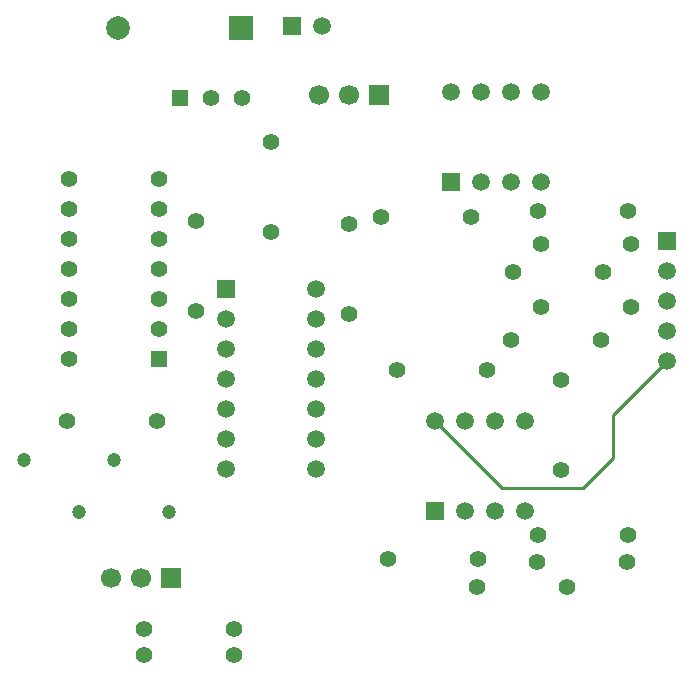
<source format=gbl>
G04 Layer_Physical_Order=2*
G04 Layer_Color=16711680*
%FSLAX44Y44*%
%MOMM*%
G71*
G01*
G75*
%ADD10C,0.2540*%
%ADD11C,1.4000*%
%ADD12R,1.5000X1.5000*%
%ADD13C,1.5000*%
%ADD14R,1.5000X1.5000*%
%ADD15R,1.7000X1.7000*%
%ADD16C,1.7000*%
%ADD17C,1.2000*%
%ADD18R,2.0000X2.0000*%
%ADD19C,2.0000*%
%ADD20R,1.4000X1.4000*%
%ADD21R,1.4224X1.4224*%
%ADD22C,1.4224*%
D10*
X800100Y608330D02*
X857250Y551180D01*
X925830D01*
X951230Y576580D01*
Y613410D01*
X996950Y659130D01*
D11*
X906780Y566420D02*
D03*
Y642620D02*
D03*
X962660Y488950D02*
D03*
X886460D02*
D03*
X963930Y511810D02*
D03*
X887730D02*
D03*
X836930Y491490D02*
D03*
X760730D02*
D03*
X941070Y676910D02*
D03*
X864870D02*
D03*
X942340Y734060D02*
D03*
X866140D02*
D03*
X966470Y758190D02*
D03*
X890270D02*
D03*
X963930Y786130D02*
D03*
X887730D02*
D03*
X830580Y781050D02*
D03*
X754380D02*
D03*
X966470Y704850D02*
D03*
X890270D02*
D03*
X629920Y431800D02*
D03*
X553720D02*
D03*
Y410210D02*
D03*
X629920D02*
D03*
X565150Y608330D02*
D03*
X488950D02*
D03*
X610870Y881380D02*
D03*
X636870D02*
D03*
X598170Y701040D02*
D03*
Y777240D02*
D03*
X661670Y768350D02*
D03*
Y844550D02*
D03*
X727710Y698500D02*
D03*
Y774700D02*
D03*
X844550Y651510D02*
D03*
X768350D02*
D03*
X911860Y467360D02*
D03*
X835660D02*
D03*
D12*
X996950Y760730D02*
D03*
X800100Y532130D02*
D03*
X814070Y810260D02*
D03*
D13*
X996950Y735330D02*
D03*
Y709930D02*
D03*
Y684530D02*
D03*
Y659130D02*
D03*
X704850Y942340D02*
D03*
X623740Y694690D02*
D03*
Y669290D02*
D03*
Y643890D02*
D03*
Y618490D02*
D03*
Y593090D02*
D03*
Y567690D02*
D03*
X699940Y720090D02*
D03*
Y694690D02*
D03*
Y669290D02*
D03*
Y643890D02*
D03*
Y618490D02*
D03*
Y593090D02*
D03*
Y567690D02*
D03*
X876300Y608330D02*
D03*
X850900D02*
D03*
X825500D02*
D03*
X800100D02*
D03*
X876300Y532130D02*
D03*
X850900D02*
D03*
X825500D02*
D03*
X890270Y886460D02*
D03*
X864870D02*
D03*
X839470D02*
D03*
X814070D02*
D03*
X890270Y810260D02*
D03*
X864870D02*
D03*
X839470D02*
D03*
D14*
X679450Y942340D02*
D03*
X623740Y720090D02*
D03*
D15*
X753110Y883920D02*
D03*
X576580Y474980D02*
D03*
D16*
X727710Y883920D02*
D03*
X702310D02*
D03*
X525780Y474980D02*
D03*
X551180D02*
D03*
D17*
X575310Y530860D02*
D03*
X499110D02*
D03*
X452120Y575310D02*
D03*
X528320D02*
D03*
D18*
X636500Y941070D02*
D03*
D19*
X531900D02*
D03*
D20*
X584870Y881380D02*
D03*
D21*
X566420Y660400D02*
D03*
D22*
Y685800D02*
D03*
Y711200D02*
D03*
Y736600D02*
D03*
Y762000D02*
D03*
Y787400D02*
D03*
Y812800D02*
D03*
X490220D02*
D03*
Y787400D02*
D03*
Y762000D02*
D03*
Y736600D02*
D03*
Y711200D02*
D03*
Y685800D02*
D03*
Y660400D02*
D03*
M02*

</source>
